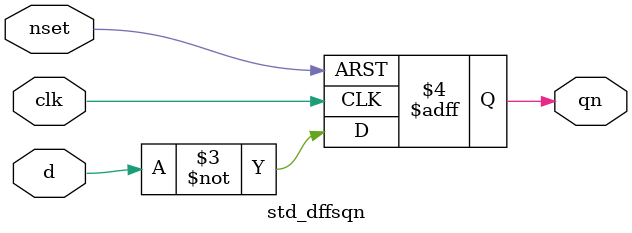
<source format=sv>

module std_dffsqn #(parameter DW = 1) // array width
(
	input [DW-1:0] 	d,
	input [DW-1:0] 	clk,
	input [DW-1:0] 	nset,
	output logic [DW-1:0] qn
);

always @ (posedge clk or negedge nset) begin
	if(!nset) begin
		qn <= 'b0;
	end else begin
		qn <= ~d;
	end
end

endmodule

</source>
